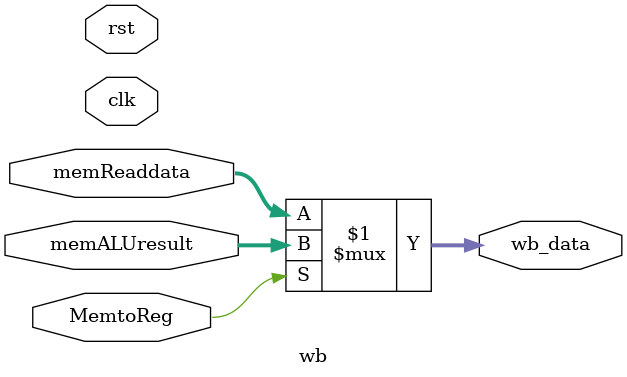
<source format=v>
module wb(clk, rst, MemtoReg, memReaddata, memALUresult, wb_data);
input clk, rst ,MemtoReg;
input [31:0] memReaddata, memALUresult;
output [31:0] wb_data;
assign wb_data = MemtoReg ? memALUresult : memReaddata;
endmodule


</source>
